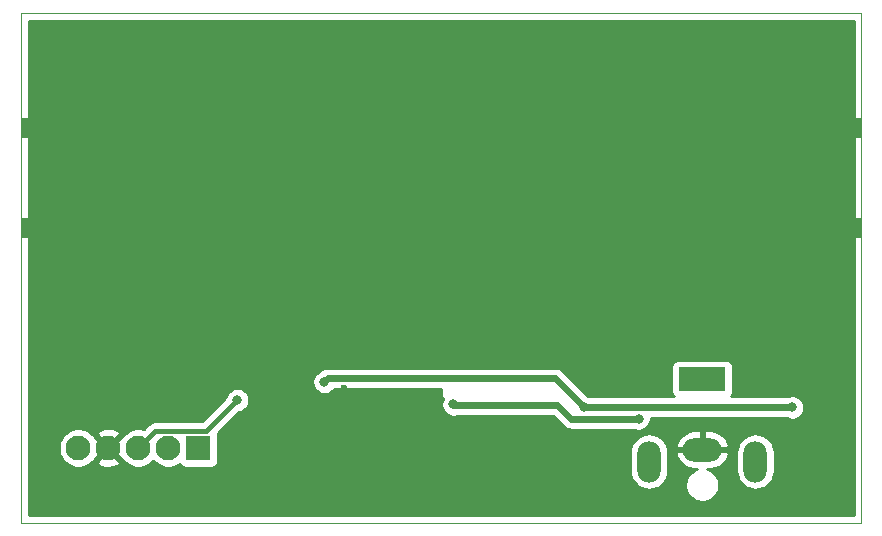
<source format=gbl>
%TF.GenerationSoftware,KiCad,Pcbnew,(5.1.10)-1*%
%TF.CreationDate,2021-05-13T13:34:22-04:00*%
%TF.ProjectId,Phase Shifter Module,50686173-6520-4536-9869-66746572204d,rev?*%
%TF.SameCoordinates,Original*%
%TF.FileFunction,Copper,L2,Bot*%
%TF.FilePolarity,Positive*%
%FSLAX46Y46*%
G04 Gerber Fmt 4.6, Leading zero omitted, Abs format (unit mm)*
G04 Created by KiCad (PCBNEW (5.1.10)-1) date 2021-05-13 13:34:22*
%MOMM*%
%LPD*%
G01*
G04 APERTURE LIST*
%TA.AperFunction,Profile*%
%ADD10C,0.050000*%
%TD*%
%TA.AperFunction,ComponentPad*%
%ADD11C,2.100000*%
%TD*%
%TA.AperFunction,ComponentPad*%
%ADD12R,2.100000X2.100000*%
%TD*%
%TA.AperFunction,SMDPad,CuDef*%
%ADD13R,5.000000X1.800000*%
%TD*%
%TA.AperFunction,ComponentPad*%
%ADD14O,2.000000X3.500000*%
%TD*%
%TA.AperFunction,ComponentPad*%
%ADD15O,3.300000X2.000000*%
%TD*%
%TA.AperFunction,ComponentPad*%
%ADD16R,4.000000X2.000000*%
%TD*%
%TA.AperFunction,ViaPad*%
%ADD17C,0.800000*%
%TD*%
%TA.AperFunction,ViaPad*%
%ADD18C,0.600000*%
%TD*%
%TA.AperFunction,Conductor*%
%ADD19C,0.600000*%
%TD*%
%TA.AperFunction,Conductor*%
%ADD20C,0.400000*%
%TD*%
%TA.AperFunction,Conductor*%
%ADD21C,0.254000*%
%TD*%
%TA.AperFunction,Conductor*%
%ADD22C,0.100000*%
%TD*%
G04 APERTURE END LIST*
D10*
X175260000Y-76200000D02*
X104140000Y-76200000D01*
X175260000Y-119380000D02*
X175260000Y-76200000D01*
X104140000Y-119380000D02*
X175260000Y-119380000D01*
X104140000Y-76200000D02*
X104140000Y-119380000D01*
D11*
%TO.P,J1,5*%
%TO.N,5V*%
X108966000Y-113030000D03*
%TO.P,J1,4*%
%TO.N,GND*%
X111506000Y-113030000D03*
%TO.P,J1,3*%
%TO.N,SCL*%
X114046000Y-113030000D03*
%TO.P,J1,2*%
%TO.N,SDA*%
X116586000Y-113030000D03*
D12*
%TO.P,J1,1*%
%TO.N,A0*%
X119126000Y-113030000D03*
%TD*%
D13*
%TO.P,J2,2*%
%TO.N,GND*%
X106640000Y-85920000D03*
X106640000Y-94420000D03*
%TD*%
%TO.P,J3,2*%
%TO.N,GND*%
X172760000Y-94420000D03*
X172760000Y-85920000D03*
%TD*%
D14*
%TO.P,J4,MP*%
%TO.N,N/C*%
X166298000Y-114188000D03*
X157298000Y-114188000D03*
D15*
%TO.P,J4,2*%
%TO.N,GND*%
X161798000Y-113188000D03*
D16*
%TO.P,J4,1*%
%TO.N,12V*%
X161798000Y-107188000D03*
%TD*%
D17*
%TO.N,5V*%
X169418000Y-109601000D03*
X151765000Y-109601000D03*
X129794000Y-107442000D03*
D18*
%TO.N,GND*%
X107315000Y-116205000D03*
X153035000Y-118110000D03*
X147320000Y-118110000D03*
X105410000Y-112395000D03*
X105410000Y-114300000D03*
X171704000Y-85852000D03*
X173990000Y-85852000D03*
X173990000Y-94488000D03*
X171704000Y-94488000D03*
X107696000Y-85852000D03*
X105410000Y-85852000D03*
X107696000Y-94488000D03*
X105410000Y-94488000D03*
X134620000Y-96520000D03*
X132080000Y-96520000D03*
X134620000Y-97790000D03*
X134620000Y-99060000D03*
X130175000Y-96520000D03*
X128270000Y-96520000D03*
X126365000Y-96520000D03*
X124460000Y-95250000D03*
X123825000Y-93345000D03*
X121920000Y-93345000D03*
X120650000Y-95885000D03*
X122555000Y-95250000D03*
X118745000Y-95885000D03*
X116840000Y-95885000D03*
X114935000Y-95885000D03*
X113030000Y-95885000D03*
X111125000Y-95885000D03*
X149225000Y-96520000D03*
X151130000Y-96520000D03*
X153035000Y-96520000D03*
X154940000Y-96520000D03*
X156845000Y-96520000D03*
X158750000Y-95885000D03*
X160655000Y-95885000D03*
X162560000Y-95885000D03*
X164465000Y-95885000D03*
X166370000Y-95885000D03*
X168275000Y-95885000D03*
X122555000Y-86995000D03*
X124460000Y-86995000D03*
X126365000Y-86995000D03*
X128270000Y-86995000D03*
X130175000Y-86995000D03*
X132080000Y-86360000D03*
X120650000Y-84455000D03*
X118745000Y-84455000D03*
X116840000Y-84455000D03*
X114935000Y-84455000D03*
X113030000Y-84455000D03*
X111125000Y-84455000D03*
X122555000Y-85090000D03*
X124460000Y-85090000D03*
X126365000Y-85090000D03*
X128270000Y-85090000D03*
X130175000Y-85090000D03*
X132080000Y-85090000D03*
X132080000Y-83185000D03*
X130175000Y-83185000D03*
X128270000Y-83185000D03*
X126365000Y-83185000D03*
X124460000Y-83185000D03*
X122555000Y-83185000D03*
X120650000Y-83185000D03*
X118745000Y-83185000D03*
X133985000Y-85090000D03*
X133985000Y-83185000D03*
X133985000Y-86360000D03*
X135890000Y-86360000D03*
X137795000Y-86360000D03*
X139700000Y-86360000D03*
X141605000Y-86360000D03*
X143510000Y-86360000D03*
X145415000Y-86360000D03*
X147320000Y-86360000D03*
X149225000Y-86995000D03*
X151130000Y-86995000D03*
X153035000Y-86995000D03*
X154940000Y-86995000D03*
X156845000Y-86995000D03*
X135890000Y-85090000D03*
X137795000Y-85090000D03*
X139700000Y-85090000D03*
X141605000Y-85090000D03*
X143510000Y-85090000D03*
X145415000Y-85090000D03*
X147320000Y-85090000D03*
X149225000Y-85090000D03*
X151130000Y-85090000D03*
X153035000Y-85090000D03*
X154940000Y-85090000D03*
X156845000Y-85090000D03*
X158750000Y-84455000D03*
X160655000Y-84455000D03*
X162560000Y-84455000D03*
X164465000Y-84455000D03*
X166370000Y-84455000D03*
X168275000Y-84455000D03*
X145415000Y-83185000D03*
X147320000Y-83185000D03*
X149225000Y-83185000D03*
X151130000Y-83185000D03*
X153035000Y-83185000D03*
X154940000Y-83185000D03*
X156845000Y-83185000D03*
X158750000Y-83185000D03*
X160655000Y-83185000D03*
X162560000Y-83185000D03*
X168275000Y-83185000D03*
X170180000Y-83185000D03*
X172085000Y-83185000D03*
X173990000Y-83185000D03*
X173990000Y-81280000D03*
X173990000Y-79375000D03*
X173990000Y-77470000D03*
X172085000Y-77470000D03*
X170180000Y-77470000D03*
X168275000Y-77470000D03*
X166370000Y-77470000D03*
X164465000Y-77470000D03*
X162560000Y-77470000D03*
X168275000Y-97155000D03*
X170180000Y-97155000D03*
X172085000Y-97155000D03*
X137795000Y-96520000D03*
X147320000Y-96520000D03*
X145415000Y-96520000D03*
X143510000Y-96520000D03*
X141605000Y-96520000D03*
X139700000Y-96520000D03*
X173990000Y-97155000D03*
X137795000Y-97790000D03*
X137795000Y-99060000D03*
X160655000Y-77470000D03*
X158750000Y-77470000D03*
X156845000Y-77470000D03*
X154940000Y-77470000D03*
X153035000Y-77470000D03*
X151130000Y-77470000D03*
X149225000Y-77470000D03*
X147320000Y-77470000D03*
X145415000Y-77470000D03*
X143510000Y-77470000D03*
X141605000Y-77470000D03*
X139700000Y-77470000D03*
X137795000Y-77470000D03*
X135890000Y-77470000D03*
X133985000Y-77470000D03*
X132080000Y-77470000D03*
X130175000Y-77470000D03*
X128270000Y-77470000D03*
X126365000Y-77470000D03*
X124460000Y-77470000D03*
X122555000Y-77470000D03*
X120650000Y-77470000D03*
X118745000Y-77470000D03*
X116840000Y-77470000D03*
X114935000Y-77470000D03*
X113030000Y-77470000D03*
X111125000Y-77470000D03*
X109220000Y-77470000D03*
X107315000Y-77470000D03*
X105410000Y-77470000D03*
X105410000Y-79375000D03*
X105410000Y-81280000D03*
X105410000Y-83185000D03*
X107315000Y-83185000D03*
X109220000Y-83185000D03*
X111125000Y-83185000D03*
X111125000Y-97155000D03*
X109220000Y-97155000D03*
X107315000Y-97155000D03*
X105410000Y-97155000D03*
X105410000Y-99060000D03*
X105410000Y-100965000D03*
X105410000Y-102870000D03*
X105410000Y-104775000D03*
X105410000Y-106680000D03*
X105410000Y-108585000D03*
X105410000Y-110490000D03*
X173990000Y-104775000D03*
X173990000Y-102870000D03*
X173990000Y-100965000D03*
X173990000Y-99060000D03*
X170180000Y-100965000D03*
X164465000Y-100965000D03*
X160655000Y-100965000D03*
X156845000Y-100965000D03*
X153035000Y-100965000D03*
X149225000Y-100965000D03*
X145415000Y-100965000D03*
X141605000Y-100965000D03*
X141605000Y-97790000D03*
X145415000Y-97790000D03*
X149225000Y-97790000D03*
X153035000Y-97790000D03*
X156845000Y-97790000D03*
X160655000Y-97155000D03*
X164465000Y-97155000D03*
X126365000Y-100965000D03*
X122555000Y-100965000D03*
X118745000Y-100965000D03*
X114935000Y-100965000D03*
X130175000Y-97790000D03*
X126365000Y-97790000D03*
X122555000Y-97155000D03*
X118745000Y-97155000D03*
X114935000Y-97155000D03*
X111125000Y-100965000D03*
X107315000Y-100965000D03*
X137795000Y-79375000D03*
X141605000Y-79375000D03*
X137795000Y-83185000D03*
X141605000Y-83185000D03*
X114935000Y-79375000D03*
X111125000Y-79375000D03*
X107315000Y-79375000D03*
X114935000Y-83185000D03*
X172085000Y-79375000D03*
X168275000Y-79375000D03*
X164465000Y-79375000D03*
X164465000Y-83185000D03*
X166370000Y-83185000D03*
X118745000Y-79375000D03*
X122555000Y-79375000D03*
X126365000Y-79375000D03*
X130175000Y-79375000D03*
X133985000Y-79375000D03*
X135890000Y-81280000D03*
X139700000Y-81280000D03*
X116840000Y-81280000D03*
X143510000Y-81280000D03*
X162560000Y-81280000D03*
X105410000Y-116205000D03*
X105410000Y-118110000D03*
X107315000Y-118110000D03*
X154940000Y-118110000D03*
X158750000Y-118110000D03*
X162560000Y-118110000D03*
X173990000Y-106680000D03*
X173990000Y-108585000D03*
X173990000Y-110490000D03*
X173990000Y-112395000D03*
X173990000Y-114300000D03*
X173990000Y-116205000D03*
X173990000Y-118110000D03*
X163830000Y-111760000D03*
X160020000Y-111760000D03*
X109220000Y-118110000D03*
X166370000Y-118110000D03*
X170180000Y-118110000D03*
X111125000Y-118110000D03*
X113030000Y-118110000D03*
X114935000Y-118110000D03*
X116840000Y-118110000D03*
X118745000Y-118110000D03*
X120650000Y-118110000D03*
X122555000Y-118110000D03*
X124460000Y-118110000D03*
X126365000Y-118110000D03*
X128270000Y-118110000D03*
X130175000Y-118110000D03*
X132080000Y-118110000D03*
X133985000Y-118110000D03*
X135890000Y-118110000D03*
X137795000Y-118110000D03*
X139700000Y-118110000D03*
X141605000Y-118110000D03*
X143510000Y-118110000D03*
X145415000Y-118110000D03*
X149225000Y-118110000D03*
X151130000Y-118110000D03*
X156845000Y-118110000D03*
X160655000Y-118110000D03*
X164465000Y-118110000D03*
X168275000Y-118110000D03*
X172085000Y-118110000D03*
X134620000Y-100330000D03*
X137795000Y-100330000D03*
X137795000Y-101600000D03*
X134620000Y-101600000D03*
X145415000Y-104775000D03*
X145415000Y-112395000D03*
X170180000Y-95885000D03*
X172085000Y-95885000D03*
X173990000Y-95885000D03*
X170180000Y-84455000D03*
X172085000Y-84455000D03*
X173990000Y-84455000D03*
X109220000Y-95885000D03*
X107315000Y-95885000D03*
X105410000Y-95885000D03*
X105410000Y-84455000D03*
X107315000Y-84455000D03*
X109220000Y-84455000D03*
X145415000Y-79375000D03*
X149225000Y-79375000D03*
X153035000Y-79375000D03*
X156845000Y-79375000D03*
X160655000Y-79375000D03*
X130175000Y-100965000D03*
X122555000Y-116205000D03*
X124460000Y-116205000D03*
X107315000Y-108585000D03*
X109220000Y-108585000D03*
X120650000Y-116205000D03*
X107315000Y-110490000D03*
X130175000Y-109220000D03*
X131445000Y-109220000D03*
X131445000Y-107950000D03*
X130175000Y-111760000D03*
X130175000Y-113030000D03*
X131445000Y-111760000D03*
X126365000Y-116205000D03*
X126365000Y-114300000D03*
X126365000Y-112395000D03*
X163830000Y-114935000D03*
X160020000Y-114935000D03*
D17*
%TO.N,SCL*%
X122428000Y-108966000D03*
%TO.N,12V*%
X140716000Y-109347000D03*
X156400500Y-110553500D03*
%TD*%
D19*
%TO.N,5V*%
X151765000Y-109601000D02*
X169418000Y-109601000D01*
X130086001Y-107149999D02*
X129794000Y-107442000D01*
X149313999Y-107149999D02*
X130086001Y-107149999D01*
X151765000Y-109601000D02*
X149313999Y-107149999D01*
D20*
%TO.N,SCL*%
X119814001Y-111579999D02*
X115496001Y-111579999D01*
X122428000Y-108966000D02*
X119814001Y-111579999D01*
X115496001Y-111579999D02*
X114046000Y-113030000D01*
D19*
%TO.N,12V*%
X156400500Y-110553500D02*
X150685500Y-110553500D01*
X140754001Y-109385001D02*
X140716000Y-109347000D01*
X149517001Y-109385001D02*
X140754001Y-109385001D01*
X150685500Y-110553500D02*
X149517001Y-109385001D01*
%TD*%
D21*
%TO.N,GND*%
X174608000Y-118728000D02*
X104792000Y-118728000D01*
X104792000Y-112864830D01*
X107289000Y-112864830D01*
X107289000Y-113195170D01*
X107353446Y-113519163D01*
X107479862Y-113824357D01*
X107663389Y-114099025D01*
X107896975Y-114332611D01*
X108171643Y-114516138D01*
X108476837Y-114642554D01*
X108800830Y-114707000D01*
X109131170Y-114707000D01*
X109455163Y-114642554D01*
X109760357Y-114516138D01*
X110035025Y-114332611D01*
X110166570Y-114201066D01*
X110514539Y-114201066D01*
X110616339Y-114470579D01*
X110914477Y-114616463D01*
X111235346Y-114701380D01*
X111566617Y-114722066D01*
X111895557Y-114677728D01*
X112209527Y-114570069D01*
X112395661Y-114470579D01*
X112497461Y-114201066D01*
X111506000Y-113209605D01*
X110514539Y-114201066D01*
X110166570Y-114201066D01*
X110268611Y-114099025D01*
X110323359Y-114017089D01*
X110334934Y-114021461D01*
X111326395Y-113030000D01*
X111685605Y-113030000D01*
X112677066Y-114021461D01*
X112688641Y-114017089D01*
X112743389Y-114099025D01*
X112976975Y-114332611D01*
X113251643Y-114516138D01*
X113556837Y-114642554D01*
X113880830Y-114707000D01*
X114211170Y-114707000D01*
X114535163Y-114642554D01*
X114840357Y-114516138D01*
X115115025Y-114332611D01*
X115316000Y-114131636D01*
X115516975Y-114332611D01*
X115791643Y-114516138D01*
X116096837Y-114642554D01*
X116420830Y-114707000D01*
X116751170Y-114707000D01*
X117075163Y-114642554D01*
X117380357Y-114516138D01*
X117540853Y-114408898D01*
X117552147Y-114430028D01*
X117630499Y-114525501D01*
X117725972Y-114603853D01*
X117834897Y-114662075D01*
X117953087Y-114697927D01*
X118076000Y-114710033D01*
X120176000Y-114710033D01*
X120298913Y-114697927D01*
X120417103Y-114662075D01*
X120526028Y-114603853D01*
X120621501Y-114525501D01*
X120699853Y-114430028D01*
X120758075Y-114321103D01*
X120793927Y-114202913D01*
X120806033Y-114080000D01*
X120806033Y-113358076D01*
X155671000Y-113358076D01*
X155671000Y-115017925D01*
X155694542Y-115256948D01*
X155787576Y-115563638D01*
X155938655Y-115846286D01*
X156141972Y-116094029D01*
X156389715Y-116297346D01*
X156672363Y-116448425D01*
X156979053Y-116541458D01*
X157298000Y-116572872D01*
X157616948Y-116541458D01*
X157923638Y-116448425D01*
X158206286Y-116297346D01*
X158454029Y-116094029D01*
X158657346Y-115846286D01*
X158808425Y-115563638D01*
X158901458Y-115256948D01*
X158925000Y-115017925D01*
X158925000Y-113568434D01*
X159557876Y-113568434D01*
X159588856Y-113696355D01*
X159717990Y-113990761D01*
X159902078Y-114254317D01*
X160134046Y-114476895D01*
X160404980Y-114649942D01*
X160704468Y-114766807D01*
X161021000Y-114823000D01*
X161364469Y-114823000D01*
X161122062Y-114923409D01*
X160888340Y-115079576D01*
X160689576Y-115278340D01*
X160533409Y-115512062D01*
X160425838Y-115771759D01*
X160371000Y-116047453D01*
X160371000Y-116328547D01*
X160425838Y-116604241D01*
X160533409Y-116863938D01*
X160689576Y-117097660D01*
X160888340Y-117296424D01*
X161122062Y-117452591D01*
X161381759Y-117560162D01*
X161657453Y-117615000D01*
X161938547Y-117615000D01*
X162214241Y-117560162D01*
X162473938Y-117452591D01*
X162707660Y-117296424D01*
X162906424Y-117097660D01*
X163062591Y-116863938D01*
X163170162Y-116604241D01*
X163225000Y-116328547D01*
X163225000Y-116047453D01*
X163170162Y-115771759D01*
X163062591Y-115512062D01*
X162906424Y-115278340D01*
X162707660Y-115079576D01*
X162473938Y-114923409D01*
X162231531Y-114823000D01*
X162575000Y-114823000D01*
X162891532Y-114766807D01*
X163191020Y-114649942D01*
X163461954Y-114476895D01*
X163693922Y-114254317D01*
X163878010Y-113990761D01*
X164007144Y-113696355D01*
X164038124Y-113568434D01*
X163939063Y-113358076D01*
X164671000Y-113358076D01*
X164671000Y-115017925D01*
X164694542Y-115256948D01*
X164787576Y-115563638D01*
X164938655Y-115846286D01*
X165141972Y-116094029D01*
X165389715Y-116297346D01*
X165672363Y-116448425D01*
X165979053Y-116541458D01*
X166298000Y-116572872D01*
X166616948Y-116541458D01*
X166923638Y-116448425D01*
X167206286Y-116297346D01*
X167454029Y-116094029D01*
X167657346Y-115846286D01*
X167808425Y-115563638D01*
X167901458Y-115256948D01*
X167925000Y-115017925D01*
X167925000Y-113358075D01*
X167901458Y-113119052D01*
X167808425Y-112812362D01*
X167657346Y-112529714D01*
X167454029Y-112281971D01*
X167206285Y-112078654D01*
X166923637Y-111927575D01*
X166616947Y-111834542D01*
X166298000Y-111803128D01*
X165979052Y-111834542D01*
X165672362Y-111927575D01*
X165389714Y-112078654D01*
X165141971Y-112281971D01*
X164938654Y-112529715D01*
X164787575Y-112812363D01*
X164694542Y-113119053D01*
X164671000Y-113358076D01*
X163939063Y-113358076D01*
X163918777Y-113315000D01*
X161925000Y-113315000D01*
X161925000Y-113335000D01*
X161671000Y-113335000D01*
X161671000Y-113315000D01*
X159677223Y-113315000D01*
X159557876Y-113568434D01*
X158925000Y-113568434D01*
X158925000Y-113358075D01*
X158901458Y-113119052D01*
X158808425Y-112812362D01*
X158805862Y-112807566D01*
X159557876Y-112807566D01*
X159677223Y-113061000D01*
X161671000Y-113061000D01*
X161671000Y-111553000D01*
X161925000Y-111553000D01*
X161925000Y-113061000D01*
X163918777Y-113061000D01*
X164038124Y-112807566D01*
X164007144Y-112679645D01*
X163878010Y-112385239D01*
X163693922Y-112121683D01*
X163461954Y-111899105D01*
X163191020Y-111726058D01*
X162891532Y-111609193D01*
X162575000Y-111553000D01*
X161925000Y-111553000D01*
X161671000Y-111553000D01*
X161021000Y-111553000D01*
X160704468Y-111609193D01*
X160404980Y-111726058D01*
X160134046Y-111899105D01*
X159902078Y-112121683D01*
X159717990Y-112385239D01*
X159588856Y-112679645D01*
X159557876Y-112807566D01*
X158805862Y-112807566D01*
X158657346Y-112529714D01*
X158454029Y-112281971D01*
X158206285Y-112078654D01*
X157923637Y-111927575D01*
X157616947Y-111834542D01*
X157298000Y-111803128D01*
X156979052Y-111834542D01*
X156672362Y-111927575D01*
X156389714Y-112078654D01*
X156141971Y-112281971D01*
X155938654Y-112529715D01*
X155787575Y-112812363D01*
X155694542Y-113119053D01*
X155671000Y-113358076D01*
X120806033Y-113358076D01*
X120806033Y-111980000D01*
X120793927Y-111857087D01*
X120773571Y-111789982D01*
X122580834Y-109982720D01*
X122727565Y-109953533D01*
X122914467Y-109876115D01*
X123082674Y-109763723D01*
X123225723Y-109620674D01*
X123338115Y-109452467D01*
X123415533Y-109265565D01*
X123455000Y-109067151D01*
X123455000Y-108864849D01*
X123415533Y-108666435D01*
X123338115Y-108479533D01*
X123225723Y-108311326D01*
X123082674Y-108168277D01*
X122914467Y-108055885D01*
X122727565Y-107978467D01*
X122529151Y-107939000D01*
X122326849Y-107939000D01*
X122128435Y-107978467D01*
X121941533Y-108055885D01*
X121773326Y-108168277D01*
X121630277Y-108311326D01*
X121517885Y-108479533D01*
X121440467Y-108666435D01*
X121411280Y-108813166D01*
X119471448Y-110752999D01*
X115536614Y-110752999D01*
X115496000Y-110748999D01*
X115455386Y-110752999D01*
X115455377Y-110752999D01*
X115333881Y-110764965D01*
X115177991Y-110812254D01*
X115111114Y-110848001D01*
X115034321Y-110889047D01*
X114939949Y-110966497D01*
X114908395Y-110992393D01*
X114882500Y-111023946D01*
X114496659Y-111409787D01*
X114211170Y-111353000D01*
X113880830Y-111353000D01*
X113556837Y-111417446D01*
X113251643Y-111543862D01*
X112976975Y-111727389D01*
X112743389Y-111960975D01*
X112688641Y-112042911D01*
X112677066Y-112038539D01*
X111685605Y-113030000D01*
X111326395Y-113030000D01*
X110334934Y-112038539D01*
X110323359Y-112042911D01*
X110268611Y-111960975D01*
X110166570Y-111858934D01*
X110514539Y-111858934D01*
X111506000Y-112850395D01*
X112497461Y-111858934D01*
X112395661Y-111589421D01*
X112097523Y-111443537D01*
X111776654Y-111358620D01*
X111445383Y-111337934D01*
X111116443Y-111382272D01*
X110802473Y-111489931D01*
X110616339Y-111589421D01*
X110514539Y-111858934D01*
X110166570Y-111858934D01*
X110035025Y-111727389D01*
X109760357Y-111543862D01*
X109455163Y-111417446D01*
X109131170Y-111353000D01*
X108800830Y-111353000D01*
X108476837Y-111417446D01*
X108171643Y-111543862D01*
X107896975Y-111727389D01*
X107663389Y-111960975D01*
X107479862Y-112235643D01*
X107353446Y-112540837D01*
X107289000Y-112864830D01*
X104792000Y-112864830D01*
X104792000Y-107340849D01*
X128767000Y-107340849D01*
X128767000Y-107543151D01*
X128806467Y-107741565D01*
X128883885Y-107928467D01*
X128996277Y-108096674D01*
X129139326Y-108239723D01*
X129307533Y-108352115D01*
X129494435Y-108429533D01*
X129692849Y-108469000D01*
X129895151Y-108469000D01*
X130093565Y-108429533D01*
X130280467Y-108352115D01*
X130448674Y-108239723D01*
X130591723Y-108096674D01*
X130604869Y-108076999D01*
X139700000Y-108076999D01*
X139700000Y-108712000D01*
X139702440Y-108736776D01*
X139709667Y-108760601D01*
X139721403Y-108782557D01*
X139737197Y-108801803D01*
X139756443Y-108817597D01*
X139778399Y-108829333D01*
X139802224Y-108836560D01*
X139820688Y-108838378D01*
X139805885Y-108860533D01*
X139728467Y-109047435D01*
X139689000Y-109245849D01*
X139689000Y-109448151D01*
X139728467Y-109646565D01*
X139805885Y-109833467D01*
X139918277Y-110001674D01*
X140061326Y-110144723D01*
X140229533Y-110257115D01*
X140416435Y-110334533D01*
X140614849Y-110374000D01*
X140817151Y-110374000D01*
X141015565Y-110334533D01*
X141069962Y-110312001D01*
X149133026Y-110312001D01*
X149997816Y-111176792D01*
X150026841Y-111212159D01*
X150062208Y-111241184D01*
X150062212Y-111241188D01*
X150167994Y-111328001D01*
X150209090Y-111349967D01*
X150329036Y-111414080D01*
X150503776Y-111467087D01*
X150639962Y-111480500D01*
X150639972Y-111480500D01*
X150685499Y-111484984D01*
X150731026Y-111480500D01*
X155954797Y-111480500D01*
X156100935Y-111541033D01*
X156299349Y-111580500D01*
X156501651Y-111580500D01*
X156700065Y-111541033D01*
X156886967Y-111463615D01*
X157055174Y-111351223D01*
X157198223Y-111208174D01*
X157310615Y-111039967D01*
X157388033Y-110853065D01*
X157427500Y-110654651D01*
X157427500Y-110528000D01*
X168972297Y-110528000D01*
X169118435Y-110588533D01*
X169316849Y-110628000D01*
X169519151Y-110628000D01*
X169717565Y-110588533D01*
X169904467Y-110511115D01*
X170072674Y-110398723D01*
X170215723Y-110255674D01*
X170328115Y-110087467D01*
X170405533Y-109900565D01*
X170445000Y-109702151D01*
X170445000Y-109499849D01*
X170405533Y-109301435D01*
X170328115Y-109114533D01*
X170215723Y-108946326D01*
X170072674Y-108803277D01*
X169904467Y-108690885D01*
X169717565Y-108613467D01*
X169519151Y-108574000D01*
X169316849Y-108574000D01*
X169118435Y-108613467D01*
X168972297Y-108674000D01*
X164194152Y-108674000D01*
X164243501Y-108633501D01*
X164321853Y-108538028D01*
X164380075Y-108429103D01*
X164415927Y-108310913D01*
X164428033Y-108188000D01*
X164428033Y-106188000D01*
X164415927Y-106065087D01*
X164380075Y-105946897D01*
X164321853Y-105837972D01*
X164243501Y-105742499D01*
X164148028Y-105664147D01*
X164039103Y-105605925D01*
X163920913Y-105570073D01*
X163798000Y-105557967D01*
X159798000Y-105557967D01*
X159675087Y-105570073D01*
X159556897Y-105605925D01*
X159447972Y-105664147D01*
X159352499Y-105742499D01*
X159274147Y-105837972D01*
X159215925Y-105946897D01*
X159180073Y-106065087D01*
X159167967Y-106188000D01*
X159167967Y-108188000D01*
X159180073Y-108310913D01*
X159215925Y-108429103D01*
X159274147Y-108538028D01*
X159352499Y-108633501D01*
X159401848Y-108674000D01*
X152210703Y-108674000D01*
X152105327Y-108630351D01*
X150001687Y-106526712D01*
X149972658Y-106491340D01*
X149831504Y-106375498D01*
X149670463Y-106289419D01*
X149495723Y-106236412D01*
X149359537Y-106222999D01*
X149359526Y-106222999D01*
X149313999Y-106218515D01*
X149268472Y-106222999D01*
X130131528Y-106222999D01*
X130086001Y-106218515D01*
X130040474Y-106222999D01*
X130040463Y-106222999D01*
X129904277Y-106236412D01*
X129729537Y-106289419D01*
X129568496Y-106375498D01*
X129449686Y-106473003D01*
X129307533Y-106531885D01*
X129139326Y-106644277D01*
X128996277Y-106787326D01*
X128883885Y-106955533D01*
X128806467Y-107142435D01*
X128767000Y-107340849D01*
X104792000Y-107340849D01*
X104792000Y-76852000D01*
X174608001Y-76852000D01*
X174608000Y-118728000D01*
%TA.AperFunction,Conductor*%
D22*
G36*
X174608000Y-118728000D02*
G01*
X104792000Y-118728000D01*
X104792000Y-112864830D01*
X107289000Y-112864830D01*
X107289000Y-113195170D01*
X107353446Y-113519163D01*
X107479862Y-113824357D01*
X107663389Y-114099025D01*
X107896975Y-114332611D01*
X108171643Y-114516138D01*
X108476837Y-114642554D01*
X108800830Y-114707000D01*
X109131170Y-114707000D01*
X109455163Y-114642554D01*
X109760357Y-114516138D01*
X110035025Y-114332611D01*
X110166570Y-114201066D01*
X110514539Y-114201066D01*
X110616339Y-114470579D01*
X110914477Y-114616463D01*
X111235346Y-114701380D01*
X111566617Y-114722066D01*
X111895557Y-114677728D01*
X112209527Y-114570069D01*
X112395661Y-114470579D01*
X112497461Y-114201066D01*
X111506000Y-113209605D01*
X110514539Y-114201066D01*
X110166570Y-114201066D01*
X110268611Y-114099025D01*
X110323359Y-114017089D01*
X110334934Y-114021461D01*
X111326395Y-113030000D01*
X111685605Y-113030000D01*
X112677066Y-114021461D01*
X112688641Y-114017089D01*
X112743389Y-114099025D01*
X112976975Y-114332611D01*
X113251643Y-114516138D01*
X113556837Y-114642554D01*
X113880830Y-114707000D01*
X114211170Y-114707000D01*
X114535163Y-114642554D01*
X114840357Y-114516138D01*
X115115025Y-114332611D01*
X115316000Y-114131636D01*
X115516975Y-114332611D01*
X115791643Y-114516138D01*
X116096837Y-114642554D01*
X116420830Y-114707000D01*
X116751170Y-114707000D01*
X117075163Y-114642554D01*
X117380357Y-114516138D01*
X117540853Y-114408898D01*
X117552147Y-114430028D01*
X117630499Y-114525501D01*
X117725972Y-114603853D01*
X117834897Y-114662075D01*
X117953087Y-114697927D01*
X118076000Y-114710033D01*
X120176000Y-114710033D01*
X120298913Y-114697927D01*
X120417103Y-114662075D01*
X120526028Y-114603853D01*
X120621501Y-114525501D01*
X120699853Y-114430028D01*
X120758075Y-114321103D01*
X120793927Y-114202913D01*
X120806033Y-114080000D01*
X120806033Y-113358076D01*
X155671000Y-113358076D01*
X155671000Y-115017925D01*
X155694542Y-115256948D01*
X155787576Y-115563638D01*
X155938655Y-115846286D01*
X156141972Y-116094029D01*
X156389715Y-116297346D01*
X156672363Y-116448425D01*
X156979053Y-116541458D01*
X157298000Y-116572872D01*
X157616948Y-116541458D01*
X157923638Y-116448425D01*
X158206286Y-116297346D01*
X158454029Y-116094029D01*
X158657346Y-115846286D01*
X158808425Y-115563638D01*
X158901458Y-115256948D01*
X158925000Y-115017925D01*
X158925000Y-113568434D01*
X159557876Y-113568434D01*
X159588856Y-113696355D01*
X159717990Y-113990761D01*
X159902078Y-114254317D01*
X160134046Y-114476895D01*
X160404980Y-114649942D01*
X160704468Y-114766807D01*
X161021000Y-114823000D01*
X161364469Y-114823000D01*
X161122062Y-114923409D01*
X160888340Y-115079576D01*
X160689576Y-115278340D01*
X160533409Y-115512062D01*
X160425838Y-115771759D01*
X160371000Y-116047453D01*
X160371000Y-116328547D01*
X160425838Y-116604241D01*
X160533409Y-116863938D01*
X160689576Y-117097660D01*
X160888340Y-117296424D01*
X161122062Y-117452591D01*
X161381759Y-117560162D01*
X161657453Y-117615000D01*
X161938547Y-117615000D01*
X162214241Y-117560162D01*
X162473938Y-117452591D01*
X162707660Y-117296424D01*
X162906424Y-117097660D01*
X163062591Y-116863938D01*
X163170162Y-116604241D01*
X163225000Y-116328547D01*
X163225000Y-116047453D01*
X163170162Y-115771759D01*
X163062591Y-115512062D01*
X162906424Y-115278340D01*
X162707660Y-115079576D01*
X162473938Y-114923409D01*
X162231531Y-114823000D01*
X162575000Y-114823000D01*
X162891532Y-114766807D01*
X163191020Y-114649942D01*
X163461954Y-114476895D01*
X163693922Y-114254317D01*
X163878010Y-113990761D01*
X164007144Y-113696355D01*
X164038124Y-113568434D01*
X163939063Y-113358076D01*
X164671000Y-113358076D01*
X164671000Y-115017925D01*
X164694542Y-115256948D01*
X164787576Y-115563638D01*
X164938655Y-115846286D01*
X165141972Y-116094029D01*
X165389715Y-116297346D01*
X165672363Y-116448425D01*
X165979053Y-116541458D01*
X166298000Y-116572872D01*
X166616948Y-116541458D01*
X166923638Y-116448425D01*
X167206286Y-116297346D01*
X167454029Y-116094029D01*
X167657346Y-115846286D01*
X167808425Y-115563638D01*
X167901458Y-115256948D01*
X167925000Y-115017925D01*
X167925000Y-113358075D01*
X167901458Y-113119052D01*
X167808425Y-112812362D01*
X167657346Y-112529714D01*
X167454029Y-112281971D01*
X167206285Y-112078654D01*
X166923637Y-111927575D01*
X166616947Y-111834542D01*
X166298000Y-111803128D01*
X165979052Y-111834542D01*
X165672362Y-111927575D01*
X165389714Y-112078654D01*
X165141971Y-112281971D01*
X164938654Y-112529715D01*
X164787575Y-112812363D01*
X164694542Y-113119053D01*
X164671000Y-113358076D01*
X163939063Y-113358076D01*
X163918777Y-113315000D01*
X161925000Y-113315000D01*
X161925000Y-113335000D01*
X161671000Y-113335000D01*
X161671000Y-113315000D01*
X159677223Y-113315000D01*
X159557876Y-113568434D01*
X158925000Y-113568434D01*
X158925000Y-113358075D01*
X158901458Y-113119052D01*
X158808425Y-112812362D01*
X158805862Y-112807566D01*
X159557876Y-112807566D01*
X159677223Y-113061000D01*
X161671000Y-113061000D01*
X161671000Y-111553000D01*
X161925000Y-111553000D01*
X161925000Y-113061000D01*
X163918777Y-113061000D01*
X164038124Y-112807566D01*
X164007144Y-112679645D01*
X163878010Y-112385239D01*
X163693922Y-112121683D01*
X163461954Y-111899105D01*
X163191020Y-111726058D01*
X162891532Y-111609193D01*
X162575000Y-111553000D01*
X161925000Y-111553000D01*
X161671000Y-111553000D01*
X161021000Y-111553000D01*
X160704468Y-111609193D01*
X160404980Y-111726058D01*
X160134046Y-111899105D01*
X159902078Y-112121683D01*
X159717990Y-112385239D01*
X159588856Y-112679645D01*
X159557876Y-112807566D01*
X158805862Y-112807566D01*
X158657346Y-112529714D01*
X158454029Y-112281971D01*
X158206285Y-112078654D01*
X157923637Y-111927575D01*
X157616947Y-111834542D01*
X157298000Y-111803128D01*
X156979052Y-111834542D01*
X156672362Y-111927575D01*
X156389714Y-112078654D01*
X156141971Y-112281971D01*
X155938654Y-112529715D01*
X155787575Y-112812363D01*
X155694542Y-113119053D01*
X155671000Y-113358076D01*
X120806033Y-113358076D01*
X120806033Y-111980000D01*
X120793927Y-111857087D01*
X120773571Y-111789982D01*
X122580834Y-109982720D01*
X122727565Y-109953533D01*
X122914467Y-109876115D01*
X123082674Y-109763723D01*
X123225723Y-109620674D01*
X123338115Y-109452467D01*
X123415533Y-109265565D01*
X123455000Y-109067151D01*
X123455000Y-108864849D01*
X123415533Y-108666435D01*
X123338115Y-108479533D01*
X123225723Y-108311326D01*
X123082674Y-108168277D01*
X122914467Y-108055885D01*
X122727565Y-107978467D01*
X122529151Y-107939000D01*
X122326849Y-107939000D01*
X122128435Y-107978467D01*
X121941533Y-108055885D01*
X121773326Y-108168277D01*
X121630277Y-108311326D01*
X121517885Y-108479533D01*
X121440467Y-108666435D01*
X121411280Y-108813166D01*
X119471448Y-110752999D01*
X115536614Y-110752999D01*
X115496000Y-110748999D01*
X115455386Y-110752999D01*
X115455377Y-110752999D01*
X115333881Y-110764965D01*
X115177991Y-110812254D01*
X115111114Y-110848001D01*
X115034321Y-110889047D01*
X114939949Y-110966497D01*
X114908395Y-110992393D01*
X114882500Y-111023946D01*
X114496659Y-111409787D01*
X114211170Y-111353000D01*
X113880830Y-111353000D01*
X113556837Y-111417446D01*
X113251643Y-111543862D01*
X112976975Y-111727389D01*
X112743389Y-111960975D01*
X112688641Y-112042911D01*
X112677066Y-112038539D01*
X111685605Y-113030000D01*
X111326395Y-113030000D01*
X110334934Y-112038539D01*
X110323359Y-112042911D01*
X110268611Y-111960975D01*
X110166570Y-111858934D01*
X110514539Y-111858934D01*
X111506000Y-112850395D01*
X112497461Y-111858934D01*
X112395661Y-111589421D01*
X112097523Y-111443537D01*
X111776654Y-111358620D01*
X111445383Y-111337934D01*
X111116443Y-111382272D01*
X110802473Y-111489931D01*
X110616339Y-111589421D01*
X110514539Y-111858934D01*
X110166570Y-111858934D01*
X110035025Y-111727389D01*
X109760357Y-111543862D01*
X109455163Y-111417446D01*
X109131170Y-111353000D01*
X108800830Y-111353000D01*
X108476837Y-111417446D01*
X108171643Y-111543862D01*
X107896975Y-111727389D01*
X107663389Y-111960975D01*
X107479862Y-112235643D01*
X107353446Y-112540837D01*
X107289000Y-112864830D01*
X104792000Y-112864830D01*
X104792000Y-107340849D01*
X128767000Y-107340849D01*
X128767000Y-107543151D01*
X128806467Y-107741565D01*
X128883885Y-107928467D01*
X128996277Y-108096674D01*
X129139326Y-108239723D01*
X129307533Y-108352115D01*
X129494435Y-108429533D01*
X129692849Y-108469000D01*
X129895151Y-108469000D01*
X130093565Y-108429533D01*
X130280467Y-108352115D01*
X130448674Y-108239723D01*
X130591723Y-108096674D01*
X130604869Y-108076999D01*
X139700000Y-108076999D01*
X139700000Y-108712000D01*
X139702440Y-108736776D01*
X139709667Y-108760601D01*
X139721403Y-108782557D01*
X139737197Y-108801803D01*
X139756443Y-108817597D01*
X139778399Y-108829333D01*
X139802224Y-108836560D01*
X139820688Y-108838378D01*
X139805885Y-108860533D01*
X139728467Y-109047435D01*
X139689000Y-109245849D01*
X139689000Y-109448151D01*
X139728467Y-109646565D01*
X139805885Y-109833467D01*
X139918277Y-110001674D01*
X140061326Y-110144723D01*
X140229533Y-110257115D01*
X140416435Y-110334533D01*
X140614849Y-110374000D01*
X140817151Y-110374000D01*
X141015565Y-110334533D01*
X141069962Y-110312001D01*
X149133026Y-110312001D01*
X149997816Y-111176792D01*
X150026841Y-111212159D01*
X150062208Y-111241184D01*
X150062212Y-111241188D01*
X150167994Y-111328001D01*
X150209090Y-111349967D01*
X150329036Y-111414080D01*
X150503776Y-111467087D01*
X150639962Y-111480500D01*
X150639972Y-111480500D01*
X150685499Y-111484984D01*
X150731026Y-111480500D01*
X155954797Y-111480500D01*
X156100935Y-111541033D01*
X156299349Y-111580500D01*
X156501651Y-111580500D01*
X156700065Y-111541033D01*
X156886967Y-111463615D01*
X157055174Y-111351223D01*
X157198223Y-111208174D01*
X157310615Y-111039967D01*
X157388033Y-110853065D01*
X157427500Y-110654651D01*
X157427500Y-110528000D01*
X168972297Y-110528000D01*
X169118435Y-110588533D01*
X169316849Y-110628000D01*
X169519151Y-110628000D01*
X169717565Y-110588533D01*
X169904467Y-110511115D01*
X170072674Y-110398723D01*
X170215723Y-110255674D01*
X170328115Y-110087467D01*
X170405533Y-109900565D01*
X170445000Y-109702151D01*
X170445000Y-109499849D01*
X170405533Y-109301435D01*
X170328115Y-109114533D01*
X170215723Y-108946326D01*
X170072674Y-108803277D01*
X169904467Y-108690885D01*
X169717565Y-108613467D01*
X169519151Y-108574000D01*
X169316849Y-108574000D01*
X169118435Y-108613467D01*
X168972297Y-108674000D01*
X164194152Y-108674000D01*
X164243501Y-108633501D01*
X164321853Y-108538028D01*
X164380075Y-108429103D01*
X164415927Y-108310913D01*
X164428033Y-108188000D01*
X164428033Y-106188000D01*
X164415927Y-106065087D01*
X164380075Y-105946897D01*
X164321853Y-105837972D01*
X164243501Y-105742499D01*
X164148028Y-105664147D01*
X164039103Y-105605925D01*
X163920913Y-105570073D01*
X163798000Y-105557967D01*
X159798000Y-105557967D01*
X159675087Y-105570073D01*
X159556897Y-105605925D01*
X159447972Y-105664147D01*
X159352499Y-105742499D01*
X159274147Y-105837972D01*
X159215925Y-105946897D01*
X159180073Y-106065087D01*
X159167967Y-106188000D01*
X159167967Y-108188000D01*
X159180073Y-108310913D01*
X159215925Y-108429103D01*
X159274147Y-108538028D01*
X159352499Y-108633501D01*
X159401848Y-108674000D01*
X152210703Y-108674000D01*
X152105327Y-108630351D01*
X150001687Y-106526712D01*
X149972658Y-106491340D01*
X149831504Y-106375498D01*
X149670463Y-106289419D01*
X149495723Y-106236412D01*
X149359537Y-106222999D01*
X149359526Y-106222999D01*
X149313999Y-106218515D01*
X149268472Y-106222999D01*
X130131528Y-106222999D01*
X130086001Y-106218515D01*
X130040474Y-106222999D01*
X130040463Y-106222999D01*
X129904277Y-106236412D01*
X129729537Y-106289419D01*
X129568496Y-106375498D01*
X129449686Y-106473003D01*
X129307533Y-106531885D01*
X129139326Y-106644277D01*
X128996277Y-106787326D01*
X128883885Y-106955533D01*
X128806467Y-107142435D01*
X128767000Y-107340849D01*
X104792000Y-107340849D01*
X104792000Y-76852000D01*
X174608001Y-76852000D01*
X174608000Y-118728000D01*
G37*
%TD.AperFunction*%
%TD*%
M02*

</source>
